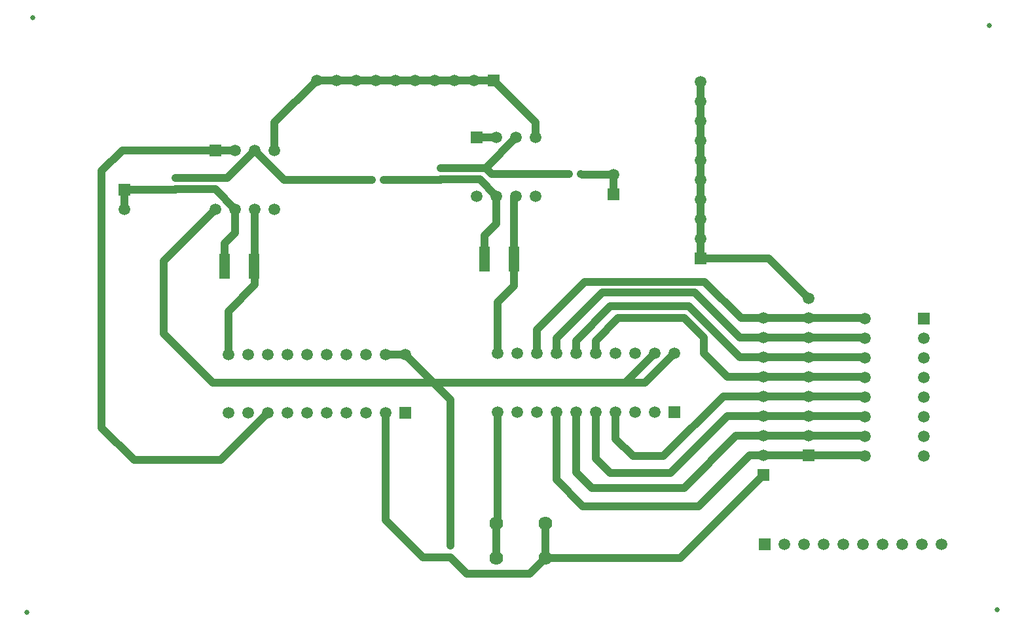
<source format=gtl>
%FSTAX23Y23*%
%MOIN*%
%SFA1B1*%

%IPPOS*%
%ADD10R,0.027559X0.035433*%
%ADD11R,0.055118X0.129921*%
%ADD12R,0.035433X0.027559*%
%ADD13C,0.040157*%
%ADD14C,0.059055*%
%ADD15R,0.059055X0.059055*%
%ADD16R,0.059055X0.059055*%
%ADD17C,0.059842*%
%ADD18R,0.059842X0.059842*%
%ADD19C,0.070079*%
%ADD20C,0.025197*%
%LNpcb2-1*%
%LPD*%
G54D10*
X0434Y03644D03*
X04399D03*
X03335Y03614D03*
X03394D03*
G54D11*
X0391Y03209D03*
X04059D03*
X02734Y03174D03*
X02585D03*
G54D12*
X03685Y03615D03*
Y03674D03*
X02335Y03565D03*
Y03624D03*
X03735Y0169D03*
Y01749D03*
G54D13*
X0584Y02209D02*
X05559D01*
X05844Y02205D02*
X0584Y02209D01*
Y02309D02*
X05559D01*
X05844Y02305D02*
X0584Y02309D01*
Y02409D02*
X05559D01*
X05844Y02405D02*
X0584Y02409D01*
Y02509D02*
X05559D01*
X05844Y02505D02*
X0584Y02509D01*
Y02609D02*
X05559D01*
X05844Y02605D02*
X0584Y02609D01*
Y02709D02*
X05559D01*
X05844Y02705D02*
X0584Y02709D01*
Y02809D02*
X05559D01*
X05844Y02805D02*
X0584Y02809D01*
Y02909D02*
X05559D01*
X05844Y02905D02*
X0584Y02909D01*
X05009Y03214D02*
Y03314D01*
Y03414*
Y03514*
Y03614*
Y03714*
Y03814*
Y03914*
Y04014*
Y04114*
X03955Y0412D02*
X03855D01*
X03755*
X03655*
X03555*
X03455*
X03355*
X03255*
X03155*
X03055*
X04274Y02085D02*
Y02429D01*
X04409Y0195D02*
X04274Y02085D01*
X05Y0195D02*
X04409D01*
X05259Y02209D02*
X05Y0195D01*
X04374Y02124D02*
Y02429D01*
X04455Y02044D02*
X04374Y02124D01*
X04925Y02044D02*
X04455D01*
X0519Y02309D02*
X04925Y02044D01*
X04475Y02194D02*
Y02429D01*
X0455Y0212D02*
X04475Y02194D01*
X04855Y0212D02*
X0455D01*
X05144Y02409D02*
X04855Y0212D01*
X04575Y02294D02*
Y02429D01*
X04664Y02205D02*
X04575Y02294D01*
X0482Y02205D02*
X04664D01*
X05125Y02509D02*
X0482Y02205D01*
X05144Y02609D02*
X05025Y02729D01*
Y02809*
X04925Y02909*
X0459*
X04475Y02794*
Y02729D02*
Y02794D01*
X05209Y02709D02*
X0495Y0297D01*
X0455*
X04374Y02794*
Y02729D02*
Y02794D01*
X04274Y02729D02*
Y02805D01*
X04509Y0304D02*
X04274Y02805D01*
X04979Y0304D02*
X04509D01*
X05209Y02809D02*
X04979Y0304D01*
X05214Y02909D02*
X05029Y03094D01*
X0442*
X04174Y0285*
Y02729D02*
Y0285D01*
X04059Y03209D02*
Y03519D01*
X0407Y03529D02*
X04059Y03519D01*
Y03074D02*
Y03209D01*
Y03074D02*
X03974Y0299D01*
Y02729D02*
Y0299D01*
X0391Y03209D02*
Y0333D01*
X0397Y0339D02*
X0391Y0333D01*
X0397Y0339D02*
Y03529D01*
X02605Y02724D02*
Y02944D01*
X0274Y03079D02*
X02605Y02944D01*
X0274Y03079D02*
Y03464D01*
X0264Y03344D02*
Y03464D01*
Y03344D02*
X02585Y0329D01*
Y03174D02*
Y0329D01*
X03884Y03615D02*
X03685D01*
X0397Y03529D02*
X03884Y03615D01*
X03914Y03674D02*
X03685D01*
X0407Y03829D02*
X03914Y03674D01*
X0434Y03644D02*
X03944D01*
X03914Y03674*
X04564Y0364D02*
X04404D01*
X04399Y03644*
X04564Y0354D02*
Y0364D01*
X0417Y03905D02*
X03955Y0412D01*
X0417Y03829D02*
Y03905D01*
X03055Y0412D02*
X0284Y03905D01*
Y03764D02*
Y03905D01*
X03684Y03614D02*
X03394D01*
X03685Y03615D02*
X03684Y03614D01*
X03335D02*
X0289D01*
X0274Y03764*
X02599Y03624D02*
X02335D01*
X0274Y03764D02*
X02599Y03624D01*
X02539Y03565D02*
X02335D01*
X0264Y03464D02*
X02539Y03565D01*
X02334Y03564D02*
X02075D01*
X02335Y03565D02*
X02334Y03564D01*
X02075Y03464D02*
Y03564D01*
X0397Y03829D02*
X0387D01*
X0365Y02579D02*
X03505Y02724D01*
X04874Y02729D02*
X04724Y02579D01*
X04775Y02729D02*
X04624Y02579D01*
X04724D02*
X04624D01*
X0365*
X03505Y02724D02*
X03405D01*
X05355Y03214D02*
X05009D01*
X05559Y03009D02*
X05355Y03214D01*
X0264Y03764D02*
X0254D01*
X02064*
X01959Y03659*
Y0235D02*
Y03659D01*
X02124Y02185D02*
X01959Y0235D01*
X02564Y02185D02*
X02124D01*
X02805Y02425D02*
X02564Y02185D01*
X05329Y02309D02*
X0519D01*
X05329Y02409D02*
X05144D01*
X05329Y02509D02*
X05125D01*
X05329Y02709D02*
X05209D01*
X05329Y02809D02*
X05209D01*
X05329Y02909D02*
X05214D01*
X05559Y02309D02*
X05329D01*
X05559Y02709D02*
X05329D01*
X05559Y02909D02*
X05329D01*
X05559Y02509D02*
X05329D01*
X05559Y02209D02*
X05329D01*
X05259*
X05559Y02609D02*
X05329D01*
X05144*
X05559Y02809D02*
X05329D01*
X05559Y02409D02*
X05329D01*
Y02109D02*
X04905Y01685D01*
X0422*
Y01864*
X03974Y0187D02*
Y02429D01*
Y0187D02*
X0397Y01864D01*
Y01685D02*
Y01864D01*
X0365Y02579D02*
X02525D01*
X02274Y02829*
Y032*
X0254Y03464D02*
X02274Y032D01*
X03735Y0169D02*
Y0169D01*
X0382Y01605D02*
X03735Y0169D01*
X0414Y01605D02*
X0382D01*
X0422Y01685D02*
X0414Y01605D01*
X03735Y01749D02*
Y02494D01*
X0365Y02579*
X03735Y0169D02*
X03594D01*
X03405Y01879*
Y02425*
G54D14*
X05329Y02209D03*
Y02909D03*
Y02809D03*
Y02709D03*
Y02609D03*
Y02509D03*
Y02409D03*
Y02309D03*
X06144Y02805D03*
Y02705D03*
Y02605D03*
Y02505D03*
Y02405D03*
Y02305D03*
Y02205D03*
X05844Y02905D03*
Y02805D03*
Y02705D03*
Y02605D03*
Y02505D03*
Y02405D03*
Y02305D03*
Y02205D03*
X05435Y01755D03*
X05635D03*
X05735D03*
X05835D03*
X05935D03*
X06035D03*
X06135D03*
X06235D03*
X05535D03*
X05009Y03314D03*
Y03514D03*
Y03614D03*
Y03714D03*
Y03814D03*
Y03914D03*
Y04014D03*
Y04114D03*
Y03414D03*
X03855Y0412D03*
X03655D03*
X03555D03*
X03455D03*
X03355D03*
X03255D03*
X03155D03*
X03055D03*
X03755D03*
X05559Y02309D03*
Y03009D03*
Y02909D03*
Y02809D03*
Y02709D03*
Y02609D03*
Y02509D03*
Y02409D03*
X04564Y0364D03*
X02075Y03464D03*
G54D15*
X05329Y02109D03*
X05009Y03214D03*
X05559Y02209D03*
X04564Y0354D03*
X02075Y03564D03*
G54D16*
X06144Y02905D03*
X05335Y01755D03*
X03955Y0412D03*
G54D17*
X04874Y02729D03*
X04775D03*
X04675D03*
X04575D03*
X04475D03*
X04374D03*
X04274D03*
X04174D03*
X04074D03*
X03974D03*
Y02429D03*
X04074D03*
X04174D03*
X04274D03*
X04374D03*
X04475D03*
X04575D03*
X04675D03*
X04775D03*
X03505Y02724D03*
X03405D03*
X03305D03*
X03205D03*
X03105D03*
X03005D03*
X02905D03*
X02805D03*
X02705D03*
X02605D03*
Y02425D03*
X02705D03*
X02805D03*
X02905D03*
X03005D03*
X03105D03*
X03205D03*
X03305D03*
X03405D03*
X0254Y03464D03*
X0264D03*
X0274D03*
X0284D03*
Y03764D03*
X0274D03*
X0264D03*
X0387Y03529D03*
X0397D03*
X0407D03*
X0417D03*
Y03829D03*
X0407D03*
X0397D03*
G54D18*
X04874Y02429D03*
X03505Y02425D03*
X0254Y03764D03*
X0387Y03829D03*
G54D19*
X0397Y01685D03*
Y01864D03*
X0422Y01685D03*
Y01864D03*
G54D20*
X06479Y044D03*
X01609Y0444D03*
X01579Y01409D03*
X0652Y01424D03*
M02*
</source>
